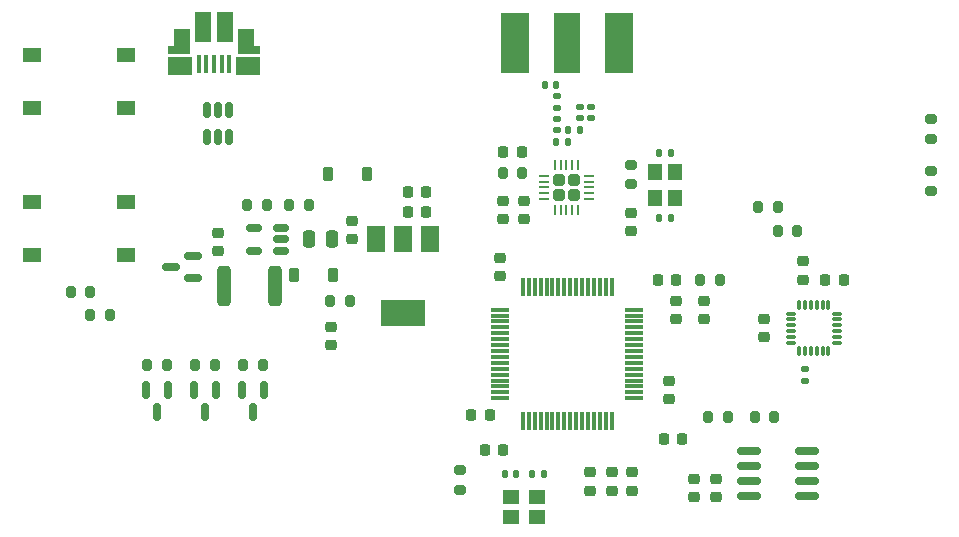
<source format=gbr>
%TF.GenerationSoftware,KiCad,Pcbnew,7.0.1*%
%TF.CreationDate,2023-10-06T11:12:28+02:00*%
%TF.ProjectId,Controller_board,436f6e74-726f-46c6-9c65-725f626f6172,rev?*%
%TF.SameCoordinates,Original*%
%TF.FileFunction,Paste,Top*%
%TF.FilePolarity,Positive*%
%FSLAX46Y46*%
G04 Gerber Fmt 4.6, Leading zero omitted, Abs format (unit mm)*
G04 Created by KiCad (PCBNEW 7.0.1) date 2023-10-06 11:12:28*
%MOMM*%
%LPD*%
G01*
G04 APERTURE LIST*
G04 Aperture macros list*
%AMRoundRect*
0 Rectangle with rounded corners*
0 $1 Rounding radius*
0 $2 $3 $4 $5 $6 $7 $8 $9 X,Y pos of 4 corners*
0 Add a 4 corners polygon primitive as box body*
4,1,4,$2,$3,$4,$5,$6,$7,$8,$9,$2,$3,0*
0 Add four circle primitives for the rounded corners*
1,1,$1+$1,$2,$3*
1,1,$1+$1,$4,$5*
1,1,$1+$1,$6,$7*
1,1,$1+$1,$8,$9*
0 Add four rect primitives between the rounded corners*
20,1,$1+$1,$2,$3,$4,$5,0*
20,1,$1+$1,$4,$5,$6,$7,0*
20,1,$1+$1,$6,$7,$8,$9,0*
20,1,$1+$1,$8,$9,$2,$3,0*%
G04 Aperture macros list end*
%ADD10RoundRect,0.225000X-0.250000X0.225000X-0.250000X-0.225000X0.250000X-0.225000X0.250000X0.225000X0*%
%ADD11RoundRect,0.225000X-0.225000X-0.250000X0.225000X-0.250000X0.225000X0.250000X-0.225000X0.250000X0*%
%ADD12RoundRect,0.140000X-0.140000X-0.170000X0.140000X-0.170000X0.140000X0.170000X-0.140000X0.170000X0*%
%ADD13RoundRect,0.150000X0.587500X0.150000X-0.587500X0.150000X-0.587500X-0.150000X0.587500X-0.150000X0*%
%ADD14R,0.400000X1.650000*%
%ADD15R,1.825000X0.700000*%
%ADD16R,2.000000X1.500000*%
%ADD17R,1.350000X2.000000*%
%ADD18R,1.430000X2.500000*%
%ADD19RoundRect,0.140000X0.170000X-0.140000X0.170000X0.140000X-0.170000X0.140000X-0.170000X-0.140000X0*%
%ADD20RoundRect,0.225000X0.250000X-0.225000X0.250000X0.225000X-0.250000X0.225000X-0.250000X-0.225000X0*%
%ADD21RoundRect,0.200000X-0.275000X0.200000X-0.275000X-0.200000X0.275000X-0.200000X0.275000X0.200000X0*%
%ADD22R,1.500000X2.200000*%
%ADD23R,3.800000X2.200000*%
%ADD24RoundRect,0.075000X0.350000X0.075000X-0.350000X0.075000X-0.350000X-0.075000X0.350000X-0.075000X0*%
%ADD25RoundRect,0.075000X-0.075000X0.350000X-0.075000X-0.350000X0.075000X-0.350000X0.075000X0.350000X0*%
%ADD26RoundRect,0.150000X-0.150000X0.587500X-0.150000X-0.587500X0.150000X-0.587500X0.150000X0.587500X0*%
%ADD27RoundRect,0.225000X0.225000X0.375000X-0.225000X0.375000X-0.225000X-0.375000X0.225000X-0.375000X0*%
%ADD28RoundRect,0.075000X0.075000X-0.700000X0.075000X0.700000X-0.075000X0.700000X-0.075000X-0.700000X0*%
%ADD29RoundRect,0.075000X0.700000X-0.075000X0.700000X0.075000X-0.700000X0.075000X-0.700000X-0.075000X0*%
%ADD30RoundRect,0.218750X0.256250X-0.218750X0.256250X0.218750X-0.256250X0.218750X-0.256250X-0.218750X0*%
%ADD31RoundRect,0.140000X-0.170000X0.140000X-0.170000X-0.140000X0.170000X-0.140000X0.170000X0.140000X0*%
%ADD32RoundRect,0.250000X0.250000X0.475000X-0.250000X0.475000X-0.250000X-0.475000X0.250000X-0.475000X0*%
%ADD33RoundRect,0.200000X-0.200000X-0.275000X0.200000X-0.275000X0.200000X0.275000X-0.200000X0.275000X0*%
%ADD34RoundRect,0.200000X0.200000X0.275000X-0.200000X0.275000X-0.200000X-0.275000X0.200000X-0.275000X0*%
%ADD35RoundRect,0.225000X0.225000X0.250000X-0.225000X0.250000X-0.225000X-0.250000X0.225000X-0.250000X0*%
%ADD36RoundRect,0.250000X-0.312500X-1.450000X0.312500X-1.450000X0.312500X1.450000X-0.312500X1.450000X0*%
%ADD37R,1.550000X1.300000*%
%ADD38RoundRect,0.150000X0.825000X0.150000X-0.825000X0.150000X-0.825000X-0.150000X0.825000X-0.150000X0*%
%ADD39RoundRect,0.140000X0.140000X0.170000X-0.140000X0.170000X-0.140000X-0.170000X0.140000X-0.170000X0*%
%ADD40R,1.400000X1.200000*%
%ADD41R,2.286000X5.080000*%
%ADD42R,2.413000X5.080000*%
%ADD43RoundRect,0.200000X0.275000X-0.200000X0.275000X0.200000X-0.275000X0.200000X-0.275000X-0.200000X0*%
%ADD44RoundRect,0.147500X-0.147500X-0.172500X0.147500X-0.172500X0.147500X0.172500X-0.147500X0.172500X0*%
%ADD45RoundRect,0.150000X0.512500X0.150000X-0.512500X0.150000X-0.512500X-0.150000X0.512500X-0.150000X0*%
%ADD46RoundRect,0.250000X0.255000X-0.255000X0.255000X0.255000X-0.255000X0.255000X-0.255000X-0.255000X0*%
%ADD47RoundRect,0.062500X0.062500X-0.350000X0.062500X0.350000X-0.062500X0.350000X-0.062500X-0.350000X0*%
%ADD48RoundRect,0.062500X0.350000X-0.062500X0.350000X0.062500X-0.350000X0.062500X-0.350000X-0.062500X0*%
%ADD49R,1.200000X1.400000*%
%ADD50RoundRect,0.147500X0.172500X-0.147500X0.172500X0.147500X-0.172500X0.147500X-0.172500X-0.147500X0*%
%ADD51RoundRect,0.150000X-0.150000X0.512500X-0.150000X-0.512500X0.150000X-0.512500X0.150000X0.512500X0*%
G04 APERTURE END LIST*
D10*
%TO.C,C12*%
X118770400Y-119253000D03*
X118770400Y-120803000D03*
%TD*%
D11*
%TO.C,C20*%
X136842200Y-102920800D03*
X138392200Y-102920800D03*
%TD*%
D12*
%TO.C,C15*%
X112032200Y-119418800D03*
X112992200Y-119418800D03*
%TD*%
D13*
%TO.C,Q1*%
X83335100Y-102810600D03*
X83335100Y-100910600D03*
X81460100Y-101860600D03*
%TD*%
D14*
%TO.C,J1*%
X86397000Y-84709400D03*
X85747000Y-84709400D03*
X85097000Y-84709400D03*
X84447000Y-84709400D03*
X83797000Y-84709400D03*
D15*
X88047000Y-83509400D03*
D16*
X87947000Y-84809400D03*
D17*
X87827000Y-82759400D03*
D18*
X86057000Y-81559400D03*
X84137000Y-81559400D03*
D17*
X82347000Y-82759400D03*
D16*
X82197000Y-84829400D03*
D15*
X82097000Y-83509400D03*
%TD*%
D19*
%TO.C,C22*%
X114096800Y-88364000D03*
X114096800Y-87404000D03*
%TD*%
D10*
%TO.C,C3*%
X123647200Y-111493000D03*
X123647200Y-113043000D03*
%TD*%
D20*
%TO.C,C21*%
X131673600Y-107810600D03*
X131673600Y-106260600D03*
%TD*%
%TO.C,C32*%
X127635000Y-121374200D03*
X127635000Y-119824200D03*
%TD*%
D21*
%TO.C,R11*%
X105918000Y-119063000D03*
X105918000Y-120713000D03*
%TD*%
D22*
%TO.C,U1*%
X103392000Y-99466000D03*
X101092000Y-99466000D03*
X98792000Y-99466000D03*
D23*
X101092000Y-105766000D03*
%TD*%
D24*
%TO.C,U5*%
X137820400Y-108297600D03*
X137820400Y-107797600D03*
X137820400Y-107297600D03*
X137820400Y-106797600D03*
X137820400Y-106297600D03*
X137820400Y-105797600D03*
D25*
X137120400Y-105097600D03*
X136620400Y-105097600D03*
X136120400Y-105097600D03*
X135620400Y-105097600D03*
X135120400Y-105097600D03*
X134620400Y-105097600D03*
D24*
X133920400Y-105797600D03*
X133920400Y-106297600D03*
X133920400Y-106797600D03*
X133920400Y-107297600D03*
X133920400Y-107797600D03*
X133920400Y-108297600D03*
D25*
X134620400Y-108997600D03*
X135120400Y-108997600D03*
X135620400Y-108997600D03*
X136120400Y-108997600D03*
X136620400Y-108997600D03*
X137120400Y-108997600D03*
%TD*%
D26*
%TO.C,Q3*%
X85278000Y-112268000D03*
X83378000Y-112268000D03*
X84328000Y-114143000D03*
%TD*%
D27*
%TO.C,D5*%
X98043000Y-93980000D03*
X94743000Y-93980000D03*
%TD*%
D26*
%TO.C,Q2*%
X81214000Y-112268000D03*
X79314000Y-112268000D03*
X80264000Y-114143000D03*
%TD*%
D20*
%TO.C,C31*%
X125730000Y-121374200D03*
X125730000Y-119824200D03*
%TD*%
D28*
%TO.C,U4*%
X111250000Y-114895000D03*
X111750000Y-114895000D03*
X112250000Y-114895000D03*
X112750000Y-114895000D03*
X113250000Y-114895000D03*
X113750000Y-114895000D03*
X114250000Y-114895000D03*
X114750000Y-114895000D03*
X115250000Y-114895000D03*
X115750000Y-114895000D03*
X116250000Y-114895000D03*
X116750000Y-114895000D03*
X117250000Y-114895000D03*
X117750000Y-114895000D03*
X118250000Y-114895000D03*
X118750000Y-114895000D03*
D29*
X120675000Y-112970000D03*
X120675000Y-112470000D03*
X120675000Y-111970000D03*
X120675000Y-111470000D03*
X120675000Y-110970000D03*
X120675000Y-110470000D03*
X120675000Y-109970000D03*
X120675000Y-109470000D03*
X120675000Y-108970000D03*
X120675000Y-108470000D03*
X120675000Y-107970000D03*
X120675000Y-107470000D03*
X120675000Y-106970000D03*
X120675000Y-106470000D03*
X120675000Y-105970000D03*
X120675000Y-105470000D03*
D28*
X118750000Y-103545000D03*
X118250000Y-103545000D03*
X117750000Y-103545000D03*
X117250000Y-103545000D03*
X116750000Y-103545000D03*
X116250000Y-103545000D03*
X115750000Y-103545000D03*
X115250000Y-103545000D03*
X114750000Y-103545000D03*
X114250000Y-103545000D03*
X113750000Y-103545000D03*
X113250000Y-103545000D03*
X112750000Y-103545000D03*
X112250000Y-103545000D03*
X111750000Y-103545000D03*
X111250000Y-103545000D03*
D29*
X109325000Y-105470000D03*
X109325000Y-105970000D03*
X109325000Y-106470000D03*
X109325000Y-106970000D03*
X109325000Y-107470000D03*
X109325000Y-107970000D03*
X109325000Y-108470000D03*
X109325000Y-108970000D03*
X109325000Y-109470000D03*
X109325000Y-109970000D03*
X109325000Y-110470000D03*
X109325000Y-110970000D03*
X109325000Y-111470000D03*
X109325000Y-111970000D03*
X109325000Y-112470000D03*
X109325000Y-112970000D03*
%TD*%
D30*
%TO.C,D3*%
X94996000Y-108483500D03*
X94996000Y-106908500D03*
%TD*%
D31*
%TO.C,C27*%
X116052600Y-88318400D03*
X116052600Y-89278400D03*
%TD*%
D32*
%TO.C,C8*%
X95057000Y-99517200D03*
X93157000Y-99517200D03*
%TD*%
D20*
%TO.C,C9*%
X96774000Y-99530200D03*
X96774000Y-97980200D03*
%TD*%
D33*
%TO.C,R7*%
X132842000Y-98806000D03*
X134492000Y-98806000D03*
%TD*%
D10*
%TO.C,C13*%
X116941600Y-119253000D03*
X116941600Y-120803000D03*
%TD*%
D34*
%TO.C,R3*%
X96583000Y-104775000D03*
X94933000Y-104775000D03*
%TD*%
D35*
%TO.C,C6*%
X108420200Y-114401600D03*
X106870200Y-114401600D03*
%TD*%
D36*
%TO.C,L1*%
X85949700Y-103454200D03*
X90224700Y-103454200D03*
%TD*%
D10*
%TO.C,C28*%
X134975600Y-101383800D03*
X134975600Y-102933800D03*
%TD*%
D34*
%TO.C,R8*%
X132841000Y-96774000D03*
X131191000Y-96774000D03*
%TD*%
D20*
%TO.C,C19*%
X120370600Y-98844400D03*
X120370600Y-97294400D03*
%TD*%
D37*
%TO.C,SW4*%
X69685000Y-96338000D03*
X77635000Y-96338000D03*
X69685000Y-100838000D03*
X77635000Y-100838000D03*
%TD*%
D33*
%TO.C,R18*%
X83503000Y-110157500D03*
X85153000Y-110157500D03*
%TD*%
%TO.C,R13*%
X109541800Y-93938600D03*
X111191800Y-93938600D03*
%TD*%
D20*
%TO.C,C5*%
X109321600Y-102629000D03*
X109321600Y-101079000D03*
%TD*%
D30*
%TO.C,FB1*%
X120523000Y-120802500D03*
X120523000Y-119227500D03*
%TD*%
D20*
%TO.C,C16*%
X124180600Y-106261200D03*
X124180600Y-104711200D03*
%TD*%
D34*
%TO.C,R1*%
X93103200Y-96596200D03*
X91453200Y-96596200D03*
%TD*%
D38*
%TO.C,U7*%
X135317000Y-121285000D03*
X135317000Y-120015000D03*
X135317000Y-118745000D03*
X135317000Y-117475000D03*
X130367000Y-117475000D03*
X130367000Y-118745000D03*
X130367000Y-120015000D03*
X130367000Y-121285000D03*
%TD*%
D39*
%TO.C,C24*%
X123749900Y-97701600D03*
X122789900Y-97701600D03*
%TD*%
D11*
%TO.C,C11*%
X101485400Y-95504000D03*
X103035400Y-95504000D03*
%TD*%
D34*
%TO.C,R10*%
X128587000Y-114554000D03*
X126937000Y-114554000D03*
%TD*%
D40*
%TO.C,Y1*%
X110243000Y-123035800D03*
X112443000Y-123035800D03*
X112443000Y-121335800D03*
X110243000Y-121335800D03*
%TD*%
D35*
%TO.C,C18*%
X111141800Y-92109800D03*
X109591800Y-92109800D03*
%TD*%
D41*
%TO.C,J4*%
X114998500Y-82931000D03*
D42*
X110617000Y-82931000D03*
X119380000Y-82931000D03*
%TD*%
D11*
%TO.C,C4*%
X122669000Y-102920800D03*
X124219000Y-102920800D03*
%TD*%
D30*
%TO.C,D4*%
X126542800Y-106273700D03*
X126542800Y-104698700D03*
%TD*%
D43*
%TO.C,R12*%
X120370600Y-94869000D03*
X120370600Y-93219000D03*
%TD*%
D31*
%TO.C,C26*%
X117043200Y-88318400D03*
X117043200Y-89278400D03*
%TD*%
D34*
%TO.C,R2*%
X74637400Y-103987600D03*
X72987400Y-103987600D03*
%TD*%
D33*
%TO.C,R9*%
X130874000Y-114554000D03*
X132524000Y-114554000D03*
%TD*%
D10*
%TO.C,C17*%
X109601000Y-96253000D03*
X109601000Y-97803000D03*
%TD*%
D39*
%TO.C,C14*%
X110655400Y-119418800D03*
X109695400Y-119418800D03*
%TD*%
%TO.C,C23*%
X114068800Y-86461600D03*
X113108800Y-86461600D03*
%TD*%
D44*
%TO.C,L5*%
X115085000Y-90246200D03*
X116055000Y-90246200D03*
%TD*%
D19*
%TO.C,C29*%
X135128000Y-111478000D03*
X135128000Y-110518000D03*
%TD*%
D37*
%TO.C,SW3*%
X69685000Y-83892000D03*
X77635000Y-83892000D03*
X69685000Y-88392000D03*
X77635000Y-88392000D03*
%TD*%
D11*
%TO.C,C10*%
X101485400Y-97180400D03*
X103035400Y-97180400D03*
%TD*%
D45*
%TO.C,U2*%
X90748700Y-100467200D03*
X90748700Y-99517200D03*
X90748700Y-98567200D03*
X88473700Y-98567200D03*
X88473700Y-100467200D03*
%TD*%
D34*
%TO.C,R4*%
X89547200Y-96596200D03*
X87897200Y-96596200D03*
%TD*%
D46*
%TO.C,U6*%
X114310000Y-95748000D03*
X115560000Y-95748000D03*
X114310000Y-94498000D03*
X115560000Y-94498000D03*
D47*
X113935000Y-97060500D03*
X114435000Y-97060500D03*
X114935000Y-97060500D03*
X115435000Y-97060500D03*
X115935000Y-97060500D03*
D48*
X116872500Y-96123000D03*
X116872500Y-95623000D03*
X116872500Y-95123000D03*
X116872500Y-94623000D03*
X116872500Y-94123000D03*
D47*
X115935000Y-93185500D03*
X115435000Y-93185500D03*
X114935000Y-93185500D03*
X114435000Y-93185500D03*
X113935000Y-93185500D03*
D48*
X112997500Y-94123000D03*
X112997500Y-94623000D03*
X112997500Y-95123000D03*
X112997500Y-95623000D03*
X112997500Y-96123000D03*
%TD*%
D49*
%TO.C,Y2*%
X124119900Y-96040800D03*
X124119900Y-93840800D03*
X122419900Y-93840800D03*
X122419900Y-96040800D03*
%TD*%
D50*
%TO.C,L3*%
X114096800Y-90274000D03*
X114096800Y-89304000D03*
%TD*%
D33*
%TO.C,R16*%
X87567000Y-110157500D03*
X89217000Y-110157500D03*
%TD*%
D27*
%TO.C,D2*%
X95198200Y-102565200D03*
X91898200Y-102565200D03*
%TD*%
D44*
%TO.C,L4*%
X114069000Y-91313000D03*
X115039000Y-91313000D03*
%TD*%
D20*
%TO.C,C7*%
X85420200Y-100546200D03*
X85420200Y-98996200D03*
%TD*%
D10*
%TO.C,C30*%
X111379000Y-96253000D03*
X111379000Y-97803000D03*
%TD*%
D26*
%TO.C,D1*%
X89342000Y-112268000D03*
X87442000Y-112268000D03*
X88392000Y-114143000D03*
%TD*%
D43*
%TO.C,R15*%
X145796000Y-95414600D03*
X145796000Y-93764600D03*
%TD*%
D33*
%TO.C,R17*%
X79439000Y-110157500D03*
X81089000Y-110157500D03*
%TD*%
D12*
%TO.C,C25*%
X122789900Y-92215200D03*
X123749900Y-92215200D03*
%TD*%
D51*
%TO.C,U3*%
X86382400Y-88575300D03*
X85432400Y-88575300D03*
X84482400Y-88575300D03*
X84482400Y-90850300D03*
X85432400Y-90850300D03*
X86382400Y-90850300D03*
%TD*%
D43*
%TO.C,R14*%
X145796000Y-90995000D03*
X145796000Y-89345000D03*
%TD*%
D33*
%TO.C,R5*%
X74613000Y-105918000D03*
X76263000Y-105918000D03*
%TD*%
%TO.C,R6*%
X126251200Y-102920800D03*
X127901200Y-102920800D03*
%TD*%
D35*
%TO.C,C2*%
X109601000Y-117336209D03*
X108051000Y-117336209D03*
%TD*%
D11*
%TO.C,C1*%
X123177000Y-116459000D03*
X124727000Y-116459000D03*
%TD*%
M02*

</source>
